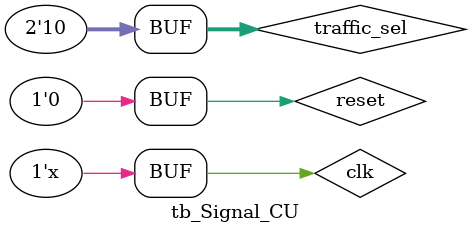
<source format=sv>
`timescale 1ns / 1ps


module tb_Signal_CU();

  
    logic clk;
    logic reset;
    logic [1:0] traffic_sel;
    logic o_tr_light;
    logic [1:0] o_tr_state;
    logic tr_valid;
    logic light_valid;


    Signal_CU DUT (
        .clk(clk),
        .reset(reset),
        .traffic_sel(traffic_sel),
        .o_tr_light(o_tr_light),
        .o_tr_state(o_tr_state),
        .tr_valid(tr_valid),
        .light_valid(light_valid)


    );
    initial clk = 0;
    always #5 clk=~clk;
     initial begin
    
 

   
    reset = 1;
    #20;
    reset = 0;
    
    
    traffic_sel = 2'b00;  // 유동량 보통
    #5000;
    traffic_sel = 2'b01; // 유동량 적음(차)
    #5000;
    traffic_sel = 2'b10; // 유동령 많

    

  
    
  end

  
endmodule

</source>
